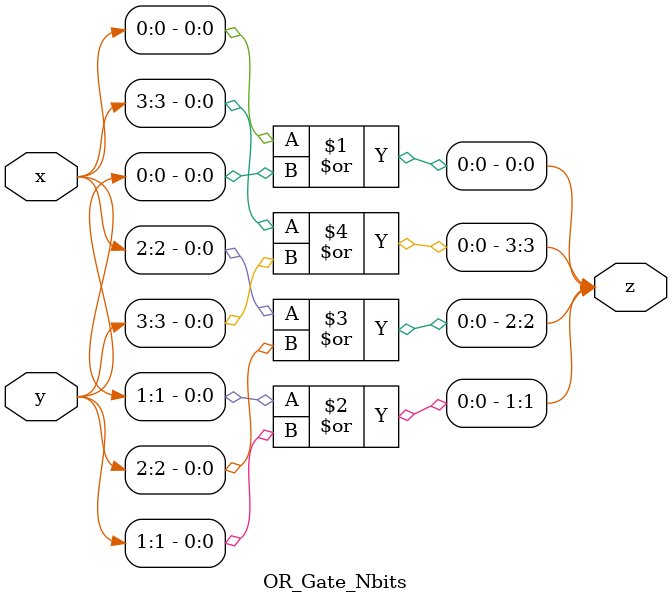
<source format=v>
`timescale 1ns / 1ps


module OR_Gate_Nbits
    #(parameter n = 4)
    (
    input  [n-1:0] x,
    input  [n-1:0] y,
    output [n-1:0] z   
    );

    generate
    genvar k;  
    for(k=0;k<n;k = k + 1)
    begin
    assign  z[k]=x[k]| y[k];
    end
    endgenerate 
    
endmodule

</source>
